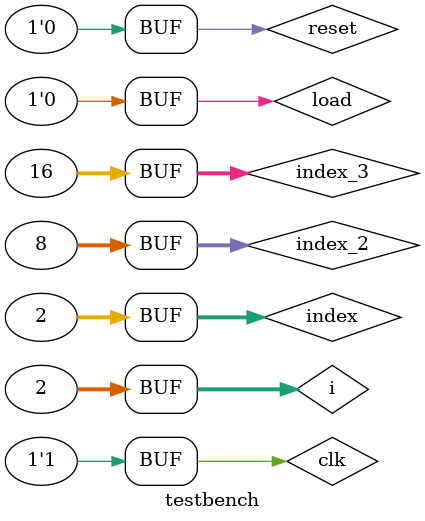
<source format=v>
module testbench();
        parameter N = 2;
        parameter WBITS = 8;
        parameter ABITS = 16;

        reg clk;
        reg reset;
        reg load;
        reg [(WBITS*N) - 1:0] weights_in_vector;
        reg [(ABITS*N) - 1:0] sums_in_vector;
        wire [(ABITS*N) - 1:0] accumulator_out_vector;

        reg [WBITS - 1 : 0] weights_in[N - 1 : 0];
        reg [ABITS - 1 : 0] sums_in[N - 1 : 0];
        reg [ABITS - 1 : 0] accumulators_out [N - 1 : 0];

        integer i;
        integer index;
        integer index_2;
        integer index_3;

        array my_array  (
                .clk(clk),
                .reset(reset),
                .load(load),
                .weights_in_vector(weights_in_vector),
                .sums_in_vector(sums_in_vector),
                .accumuators_out_vector(accumulator_out_vector));


        always@(*) begin
                for (index = 0; index < N; index = index + 1) begin
                        index_2 = index*WBITS;
                        index_3 = index*ABITS;
                        weights_in_vector[index_2 +: WBITS] = weights_in[index];
                        sums_in_vector[index_3 +: ABITS] = sums_in[index];
                        accumulators_out[index] = accumulator_out_vector[index_3 +: ABITS];
                end
        end




        initial begin

                clk = 0;
                reset = 0;
                load = 0;

                weights_in[0] = 0;
                weights_in[1] = 0;

                sums_in[0] = 0;
                sums_in[1] = 0;

                for (i = 0; i < N; i = i + 1) begin
                        weights_in[i] = 0;
                        sums_in[i] = 0;
                end

                clk = 1'b0; #10
                clk = 1'b1; #10

                reset = 1'b1;
                
                clk = 1'b0; #10
                clk = 1'b1; #10

                reset = 1'b0;
                load = 1'b1;

                weights_in[0] = 2;
                weights_in[1] = 4;
                
                clk = 1'b0; #10
                clk = 1'b1; #10

                weights_in[0] = 1;
                weights_in[1] = 3;

                clk = 1'b0; #10
                clk = 1'b1; #10

                load = 1'b0;

                weights_in[0] = 1;
                weights_in[1] = 0;

                clk = 1'b0; #10
                clk = 1'b1; #10

                weights_in[0] = 0;
                weights_in[1] = 0;

                clk = 1'b0; #10
                clk = 1'b1; #10

                weights_in[0] = 0;
                weights_in[1] = 1;
                
                clk = 1'b0; #10
                clk = 1'b1; #10

                weights_in[0] = 0;
                weights_in[1] = 0;

                clk = 1'b0; #10
                clk = 1'b1; #10
                clk = 1'b0; #10
                clk = 1'b1; #10
                clk = 1'b0; #10
                clk = 1'b1; #10
                clk = 1'b0; #10
                clk = 1'b1;     

        end


        
        





endmodule
</source>
